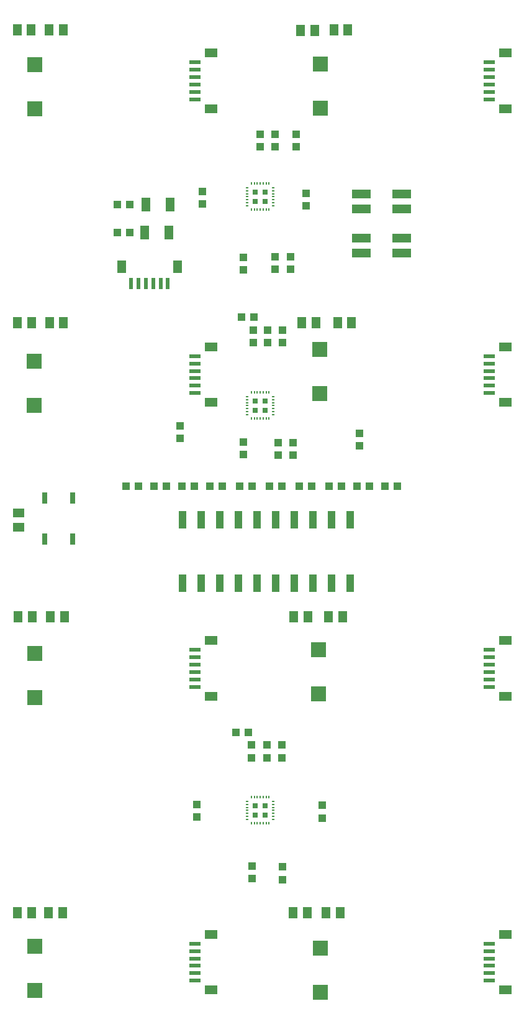
<source format=gtp>
G04 EAGLE Gerber RS-274X export*
G75*
%MOMM*%
%FSLAX34Y34*%
%LPD*%
%INTop Paste*%
%IPPOS*%
%AMOC8*
5,1,8,0,0,1.08239X$1,22.5*%
G01*
%ADD10R,1.550000X0.600000*%
%ADD11R,1.800000X1.200000*%
%ADD12R,2.000000X2.000000*%
%ADD13R,1.300000X1.600000*%
%ADD14R,1.130000X2.440000*%
%ADD15R,0.662500X0.662500*%
%ADD16R,0.450000X0.200000*%
%ADD17R,0.200000X0.450000*%
%ADD18R,1.000000X1.100000*%
%ADD19R,1.100000X1.000000*%
%ADD20R,0.762000X1.524000*%
%ADD21R,1.600000X1.300000*%
%ADD22R,1.270000X1.905000*%
%ADD23R,2.500000X1.200000*%
%ADD24R,0.600000X1.550000*%
%ADD25R,1.200000X1.800000*%


D10*
X672592Y134112D03*
X672592Y144112D03*
X672592Y154112D03*
X672592Y164112D03*
X672592Y174112D03*
X672592Y184112D03*
D11*
X694842Y121112D03*
X694842Y197112D03*
D10*
X271780Y134112D03*
X271780Y144112D03*
X271780Y154112D03*
X271780Y164112D03*
X271780Y174112D03*
X271780Y184112D03*
D11*
X294030Y121112D03*
X294030Y197112D03*
D10*
X672592Y534162D03*
X672592Y544162D03*
X672592Y554162D03*
X672592Y564162D03*
X672592Y574162D03*
X672592Y584162D03*
D11*
X694842Y521162D03*
X694842Y597162D03*
D10*
X271780Y534162D03*
X271780Y544162D03*
X271780Y554162D03*
X271780Y564162D03*
X271780Y574162D03*
X271780Y584162D03*
D11*
X294030Y521162D03*
X294030Y597162D03*
D10*
X672592Y934211D03*
X672592Y944211D03*
X672592Y954211D03*
X672592Y964211D03*
X672592Y974211D03*
X672592Y984211D03*
D11*
X694842Y921211D03*
X694842Y997211D03*
D12*
X442214Y933254D03*
X442214Y993254D03*
X52030Y917420D03*
X52030Y977420D03*
X442468Y1322380D03*
X442468Y1382380D03*
X53340Y1321280D03*
X53340Y1381280D03*
D13*
X424536Y226060D03*
X405536Y226060D03*
X48616Y226060D03*
X29616Y226060D03*
X425552Y629412D03*
X406552Y629412D03*
X30632Y629412D03*
X49632Y629412D03*
X436728Y1029716D03*
X417728Y1029716D03*
X48616Y1029716D03*
X29616Y1029716D03*
X480162Y1428496D03*
X461162Y1428496D03*
X48362Y1428496D03*
X29362Y1428496D03*
D12*
X442976Y118082D03*
X442976Y178082D03*
X53086Y120622D03*
X53086Y180622D03*
X439960Y524634D03*
X439960Y584634D03*
X52986Y519554D03*
X52986Y579554D03*
D14*
X254616Y675514D03*
X280016Y675514D03*
X305416Y675514D03*
X330816Y675514D03*
X356216Y675514D03*
X381616Y675514D03*
X407016Y675514D03*
X432416Y675514D03*
X457816Y675514D03*
X483216Y675514D03*
X483216Y761514D03*
X457816Y761514D03*
X432416Y761514D03*
X407016Y761514D03*
X381616Y761514D03*
X356216Y761514D03*
X330816Y761514D03*
X305416Y761514D03*
X280016Y761514D03*
X254616Y761514D03*
D15*
X354055Y359135D03*
X367305Y372385D03*
X354055Y372385D03*
X367305Y359135D03*
D16*
X342930Y377760D03*
X342930Y373760D03*
X342930Y369760D03*
X342930Y365760D03*
X342930Y361760D03*
X342930Y357760D03*
X342930Y353760D03*
D17*
X348680Y348010D03*
X352680Y348010D03*
X356680Y348010D03*
X360680Y348010D03*
X364680Y348010D03*
X368680Y348010D03*
X372680Y348010D03*
D16*
X378430Y353760D03*
X378430Y357760D03*
X378430Y361760D03*
X378430Y365760D03*
X378430Y369760D03*
X378430Y373760D03*
X378430Y377760D03*
D17*
X372680Y383510D03*
X368680Y383510D03*
X364680Y383510D03*
X360680Y383510D03*
X356680Y383510D03*
X352680Y383510D03*
X348680Y383510D03*
D18*
X274394Y356722D03*
X274394Y373722D03*
X390660Y288696D03*
X390660Y271696D03*
X445622Y372516D03*
X445622Y355516D03*
X390540Y437642D03*
X390540Y454642D03*
X369540Y437642D03*
X369540Y454642D03*
X348540Y437642D03*
X348540Y454642D03*
X349480Y289946D03*
X349480Y272946D03*
D19*
X327556Y472184D03*
X344556Y472184D03*
D15*
X354055Y1194795D03*
X367305Y1208045D03*
X354055Y1208045D03*
X367305Y1194795D03*
D16*
X342930Y1213420D03*
X342930Y1209420D03*
X342930Y1205420D03*
X342930Y1201420D03*
X342930Y1197420D03*
X342930Y1193420D03*
X342930Y1189420D03*
D17*
X348680Y1183670D03*
X352680Y1183670D03*
X356680Y1183670D03*
X360680Y1183670D03*
X364680Y1183670D03*
X368680Y1183670D03*
X372680Y1183670D03*
D16*
X378430Y1189420D03*
X378430Y1193420D03*
X378430Y1197420D03*
X378430Y1201420D03*
X378430Y1205420D03*
X378430Y1209420D03*
X378430Y1213420D03*
D17*
X372680Y1219170D03*
X368680Y1219170D03*
X364680Y1219170D03*
X360680Y1219170D03*
X356680Y1219170D03*
X352680Y1219170D03*
X348680Y1219170D03*
D18*
X401786Y1119954D03*
X401786Y1102954D03*
X281716Y1191394D03*
X281716Y1208394D03*
X423220Y1206314D03*
X423220Y1189314D03*
X409796Y1269216D03*
X409796Y1286216D03*
X381192Y1269216D03*
X381192Y1286216D03*
X360224Y1269216D03*
X360224Y1286216D03*
X338074Y1118988D03*
X338074Y1101988D03*
X380746Y1102750D03*
X380746Y1119750D03*
D20*
X104548Y791002D03*
X104548Y735122D03*
X66448Y791002D03*
X66448Y735122D03*
D21*
X31306Y751564D03*
X31306Y770564D03*
D15*
X354055Y910315D03*
X367305Y923565D03*
X354055Y923565D03*
X367305Y910315D03*
D16*
X342930Y928940D03*
X342930Y924940D03*
X342930Y920940D03*
X342930Y916940D03*
X342930Y912940D03*
X342930Y908940D03*
X342930Y904940D03*
D17*
X348680Y899190D03*
X352680Y899190D03*
X356680Y899190D03*
X360680Y899190D03*
X364680Y899190D03*
X368680Y899190D03*
X372680Y899190D03*
D16*
X378430Y904940D03*
X378430Y908940D03*
X378430Y912940D03*
X378430Y916940D03*
X378430Y920940D03*
X378430Y924940D03*
X378430Y928940D03*
D17*
X372680Y934690D03*
X368680Y934690D03*
X364680Y934690D03*
X360680Y934690D03*
X356680Y934690D03*
X352680Y934690D03*
X348680Y934690D03*
D18*
X495808Y879466D03*
X495808Y862466D03*
X405130Y866766D03*
X405130Y849766D03*
X250952Y872626D03*
X250952Y889626D03*
X391160Y1002674D03*
X391160Y1019674D03*
X370586Y1002674D03*
X370586Y1019674D03*
X351282Y1002674D03*
X351282Y1019674D03*
X337312Y867274D03*
X337312Y850274D03*
X385318Y849766D03*
X385318Y866766D03*
D19*
X335416Y1037590D03*
X352416Y1037590D03*
D22*
X203200Y1152398D03*
X236220Y1152398D03*
D19*
X182744Y1152906D03*
X165744Y1152906D03*
D22*
X204978Y1190498D03*
X237998Y1190498D03*
D19*
X182490Y1190752D03*
X165490Y1190752D03*
X232528Y807212D03*
X215528Y807212D03*
X308728Y807212D03*
X291728Y807212D03*
X349368Y807212D03*
X332368Y807212D03*
X390008Y807212D03*
X373008Y807212D03*
X430648Y807212D03*
X413648Y807212D03*
X471288Y807212D03*
X454288Y807212D03*
X509388Y807212D03*
X492388Y807212D03*
X547488Y807212D03*
X530488Y807212D03*
X270628Y807212D03*
X253628Y807212D03*
X194428Y807212D03*
X177428Y807212D03*
D23*
X553534Y1125098D03*
X553534Y1145098D03*
X553534Y1185098D03*
X553534Y1205098D03*
X498534Y1125098D03*
X498534Y1145098D03*
X498534Y1185098D03*
X498534Y1205098D03*
D13*
X450748Y226060D03*
X469748Y226060D03*
X72288Y226060D03*
X91288Y226060D03*
X453796Y629412D03*
X472796Y629412D03*
X74574Y629412D03*
X93574Y629412D03*
X466242Y1029716D03*
X485242Y1029716D03*
X73304Y1029716D03*
X92304Y1029716D03*
X415744Y1427480D03*
X434744Y1427480D03*
X73050Y1428496D03*
X92050Y1428496D03*
D10*
X672592Y1334262D03*
X672592Y1344262D03*
X672592Y1354262D03*
X672592Y1364262D03*
X672592Y1374262D03*
X672592Y1384262D03*
D11*
X694842Y1321262D03*
X694842Y1397262D03*
D10*
X271780Y934211D03*
X271780Y944211D03*
X271780Y954211D03*
X271780Y964211D03*
X271780Y974211D03*
X271780Y984211D03*
D11*
X294030Y921211D03*
X294030Y997211D03*
D10*
X271780Y1334262D03*
X271780Y1344262D03*
X271780Y1354262D03*
X271780Y1364262D03*
X271780Y1374262D03*
X271780Y1384262D03*
D11*
X294030Y1321262D03*
X294030Y1397262D03*
D24*
X234696Y1083564D03*
X224696Y1083564D03*
X214696Y1083564D03*
X204696Y1083564D03*
X194696Y1083564D03*
X184696Y1083564D03*
D25*
X247696Y1105814D03*
X171696Y1105814D03*
M02*

</source>
